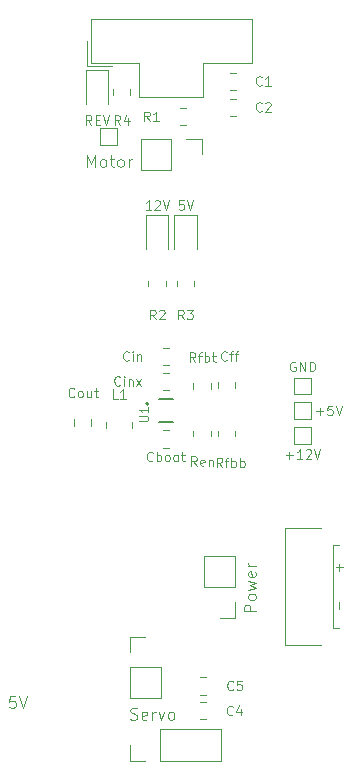
<source format=gbr>
%TF.GenerationSoftware,KiCad,Pcbnew,9.0.0*%
%TF.CreationDate,2025-04-11T15:19:07-05:00*%
%TF.ProjectId,RC-PCB,52432d50-4342-42e6-9b69-6361645f7063,rev?*%
%TF.SameCoordinates,Original*%
%TF.FileFunction,Legend,Top*%
%TF.FilePolarity,Positive*%
%FSLAX46Y46*%
G04 Gerber Fmt 4.6, Leading zero omitted, Abs format (unit mm)*
G04 Created by KiCad (PCBNEW 9.0.0) date 2025-04-11 15:19:07*
%MOMM*%
%LPD*%
G01*
G04 APERTURE LIST*
%ADD10C,0.100000*%
%ADD11C,0.125000*%
%ADD12C,0.075000*%
%ADD13C,0.120000*%
%ADD14C,0.127000*%
%ADD15C,0.200000*%
G04 APERTURE END LIST*
D10*
X163492866Y-123256265D02*
X163492866Y-123865789D01*
X136080074Y-131272419D02*
X135603884Y-131272419D01*
X135603884Y-131272419D02*
X135556265Y-131748609D01*
X135556265Y-131748609D02*
X135603884Y-131700990D01*
X135603884Y-131700990D02*
X135699122Y-131653371D01*
X135699122Y-131653371D02*
X135937217Y-131653371D01*
X135937217Y-131653371D02*
X136032455Y-131700990D01*
X136032455Y-131700990D02*
X136080074Y-131748609D01*
X136080074Y-131748609D02*
X136127693Y-131843847D01*
X136127693Y-131843847D02*
X136127693Y-132081942D01*
X136127693Y-132081942D02*
X136080074Y-132177180D01*
X136080074Y-132177180D02*
X136032455Y-132224800D01*
X136032455Y-132224800D02*
X135937217Y-132272419D01*
X135937217Y-132272419D02*
X135699122Y-132272419D01*
X135699122Y-132272419D02*
X135603884Y-132224800D01*
X135603884Y-132224800D02*
X135556265Y-132177180D01*
X136413408Y-131272419D02*
X136746741Y-132272419D01*
X136746741Y-132272419D02*
X137080074Y-131272419D01*
X163507866Y-120056265D02*
X163507866Y-120665789D01*
X163203104Y-120361027D02*
X163812628Y-120361027D01*
X144966667Y-82864895D02*
X144700000Y-82483942D01*
X144509524Y-82864895D02*
X144509524Y-82064895D01*
X144509524Y-82064895D02*
X144814286Y-82064895D01*
X144814286Y-82064895D02*
X144890476Y-82102990D01*
X144890476Y-82102990D02*
X144928571Y-82141085D01*
X144928571Y-82141085D02*
X144966667Y-82217276D01*
X144966667Y-82217276D02*
X144966667Y-82331561D01*
X144966667Y-82331561D02*
X144928571Y-82407752D01*
X144928571Y-82407752D02*
X144890476Y-82445847D01*
X144890476Y-82445847D02*
X144814286Y-82483942D01*
X144814286Y-82483942D02*
X144509524Y-82483942D01*
X145652381Y-82331561D02*
X145652381Y-82864895D01*
X145461905Y-82026800D02*
X145271428Y-82598228D01*
X145271428Y-82598228D02*
X145766667Y-82598228D01*
X150366667Y-99352395D02*
X150100000Y-98971442D01*
X149909524Y-99352395D02*
X149909524Y-98552395D01*
X149909524Y-98552395D02*
X150214286Y-98552395D01*
X150214286Y-98552395D02*
X150290476Y-98590490D01*
X150290476Y-98590490D02*
X150328571Y-98628585D01*
X150328571Y-98628585D02*
X150366667Y-98704776D01*
X150366667Y-98704776D02*
X150366667Y-98819061D01*
X150366667Y-98819061D02*
X150328571Y-98895252D01*
X150328571Y-98895252D02*
X150290476Y-98933347D01*
X150290476Y-98933347D02*
X150214286Y-98971442D01*
X150214286Y-98971442D02*
X149909524Y-98971442D01*
X150633333Y-98552395D02*
X151128571Y-98552395D01*
X151128571Y-98552395D02*
X150861905Y-98857157D01*
X150861905Y-98857157D02*
X150976190Y-98857157D01*
X150976190Y-98857157D02*
X151052381Y-98895252D01*
X151052381Y-98895252D02*
X151090476Y-98933347D01*
X151090476Y-98933347D02*
X151128571Y-99009538D01*
X151128571Y-99009538D02*
X151128571Y-99200014D01*
X151128571Y-99200014D02*
X151090476Y-99276204D01*
X151090476Y-99276204D02*
X151052381Y-99314300D01*
X151052381Y-99314300D02*
X150976190Y-99352395D01*
X150976190Y-99352395D02*
X150747619Y-99352395D01*
X150747619Y-99352395D02*
X150671428Y-99314300D01*
X150671428Y-99314300D02*
X150633333Y-99276204D01*
X156966667Y-79488704D02*
X156928571Y-79526800D01*
X156928571Y-79526800D02*
X156814286Y-79564895D01*
X156814286Y-79564895D02*
X156738095Y-79564895D01*
X156738095Y-79564895D02*
X156623809Y-79526800D01*
X156623809Y-79526800D02*
X156547619Y-79450609D01*
X156547619Y-79450609D02*
X156509524Y-79374419D01*
X156509524Y-79374419D02*
X156471428Y-79222038D01*
X156471428Y-79222038D02*
X156471428Y-79107752D01*
X156471428Y-79107752D02*
X156509524Y-78955371D01*
X156509524Y-78955371D02*
X156547619Y-78879180D01*
X156547619Y-78879180D02*
X156623809Y-78802990D01*
X156623809Y-78802990D02*
X156738095Y-78764895D01*
X156738095Y-78764895D02*
X156814286Y-78764895D01*
X156814286Y-78764895D02*
X156928571Y-78802990D01*
X156928571Y-78802990D02*
X156966667Y-78841085D01*
X157728571Y-79564895D02*
X157271428Y-79564895D01*
X157500000Y-79564895D02*
X157500000Y-78764895D01*
X157500000Y-78764895D02*
X157423809Y-78879180D01*
X157423809Y-78879180D02*
X157347619Y-78955371D01*
X157347619Y-78955371D02*
X157271428Y-78993466D01*
X156966667Y-81688704D02*
X156928571Y-81726800D01*
X156928571Y-81726800D02*
X156814286Y-81764895D01*
X156814286Y-81764895D02*
X156738095Y-81764895D01*
X156738095Y-81764895D02*
X156623809Y-81726800D01*
X156623809Y-81726800D02*
X156547619Y-81650609D01*
X156547619Y-81650609D02*
X156509524Y-81574419D01*
X156509524Y-81574419D02*
X156471428Y-81422038D01*
X156471428Y-81422038D02*
X156471428Y-81307752D01*
X156471428Y-81307752D02*
X156509524Y-81155371D01*
X156509524Y-81155371D02*
X156547619Y-81079180D01*
X156547619Y-81079180D02*
X156623809Y-81002990D01*
X156623809Y-81002990D02*
X156738095Y-80964895D01*
X156738095Y-80964895D02*
X156814286Y-80964895D01*
X156814286Y-80964895D02*
X156928571Y-81002990D01*
X156928571Y-81002990D02*
X156966667Y-81041085D01*
X157271428Y-81041085D02*
X157309524Y-81002990D01*
X157309524Y-81002990D02*
X157385714Y-80964895D01*
X157385714Y-80964895D02*
X157576190Y-80964895D01*
X157576190Y-80964895D02*
X157652381Y-81002990D01*
X157652381Y-81002990D02*
X157690476Y-81041085D01*
X157690476Y-81041085D02*
X157728571Y-81117276D01*
X157728571Y-81117276D02*
X157728571Y-81193466D01*
X157728571Y-81193466D02*
X157690476Y-81307752D01*
X157690476Y-81307752D02*
X157233333Y-81764895D01*
X157233333Y-81764895D02*
X157728571Y-81764895D01*
X142542857Y-82864895D02*
X142276190Y-82483942D01*
X142085714Y-82864895D02*
X142085714Y-82064895D01*
X142085714Y-82064895D02*
X142390476Y-82064895D01*
X142390476Y-82064895D02*
X142466666Y-82102990D01*
X142466666Y-82102990D02*
X142504761Y-82141085D01*
X142504761Y-82141085D02*
X142542857Y-82217276D01*
X142542857Y-82217276D02*
X142542857Y-82331561D01*
X142542857Y-82331561D02*
X142504761Y-82407752D01*
X142504761Y-82407752D02*
X142466666Y-82445847D01*
X142466666Y-82445847D02*
X142390476Y-82483942D01*
X142390476Y-82483942D02*
X142085714Y-82483942D01*
X142885714Y-82445847D02*
X143152380Y-82445847D01*
X143266666Y-82864895D02*
X142885714Y-82864895D01*
X142885714Y-82864895D02*
X142885714Y-82064895D01*
X142885714Y-82064895D02*
X143266666Y-82064895D01*
X143495238Y-82064895D02*
X143761905Y-82864895D01*
X143761905Y-82864895D02*
X144028571Y-82064895D01*
X151442857Y-111764895D02*
X151176190Y-111383942D01*
X150985714Y-111764895D02*
X150985714Y-110964895D01*
X150985714Y-110964895D02*
X151290476Y-110964895D01*
X151290476Y-110964895D02*
X151366666Y-111002990D01*
X151366666Y-111002990D02*
X151404761Y-111041085D01*
X151404761Y-111041085D02*
X151442857Y-111117276D01*
X151442857Y-111117276D02*
X151442857Y-111231561D01*
X151442857Y-111231561D02*
X151404761Y-111307752D01*
X151404761Y-111307752D02*
X151366666Y-111345847D01*
X151366666Y-111345847D02*
X151290476Y-111383942D01*
X151290476Y-111383942D02*
X150985714Y-111383942D01*
X152090476Y-111726800D02*
X152014285Y-111764895D01*
X152014285Y-111764895D02*
X151861904Y-111764895D01*
X151861904Y-111764895D02*
X151785714Y-111726800D01*
X151785714Y-111726800D02*
X151747618Y-111650609D01*
X151747618Y-111650609D02*
X151747618Y-111345847D01*
X151747618Y-111345847D02*
X151785714Y-111269657D01*
X151785714Y-111269657D02*
X151861904Y-111231561D01*
X151861904Y-111231561D02*
X152014285Y-111231561D01*
X152014285Y-111231561D02*
X152090476Y-111269657D01*
X152090476Y-111269657D02*
X152128571Y-111345847D01*
X152128571Y-111345847D02*
X152128571Y-111422038D01*
X152128571Y-111422038D02*
X151747618Y-111498228D01*
X152471428Y-111231561D02*
X152471428Y-111764895D01*
X152471428Y-111307752D02*
X152509523Y-111269657D01*
X152509523Y-111269657D02*
X152585713Y-111231561D01*
X152585713Y-111231561D02*
X152699999Y-111231561D01*
X152699999Y-111231561D02*
X152776190Y-111269657D01*
X152776190Y-111269657D02*
X152814285Y-111345847D01*
X152814285Y-111345847D02*
X152814285Y-111764895D01*
X144766666Y-106064895D02*
X144385714Y-106064895D01*
X144385714Y-106064895D02*
X144385714Y-105264895D01*
X145452380Y-106064895D02*
X144995237Y-106064895D01*
X145223809Y-106064895D02*
X145223809Y-105264895D01*
X145223809Y-105264895D02*
X145147618Y-105379180D01*
X145147618Y-105379180D02*
X145071428Y-105455371D01*
X145071428Y-105455371D02*
X144995237Y-105493466D01*
X145695238Y-102788704D02*
X145657142Y-102826800D01*
X145657142Y-102826800D02*
X145542857Y-102864895D01*
X145542857Y-102864895D02*
X145466666Y-102864895D01*
X145466666Y-102864895D02*
X145352380Y-102826800D01*
X145352380Y-102826800D02*
X145276190Y-102750609D01*
X145276190Y-102750609D02*
X145238095Y-102674419D01*
X145238095Y-102674419D02*
X145199999Y-102522038D01*
X145199999Y-102522038D02*
X145199999Y-102407752D01*
X145199999Y-102407752D02*
X145238095Y-102255371D01*
X145238095Y-102255371D02*
X145276190Y-102179180D01*
X145276190Y-102179180D02*
X145352380Y-102102990D01*
X145352380Y-102102990D02*
X145466666Y-102064895D01*
X145466666Y-102064895D02*
X145542857Y-102064895D01*
X145542857Y-102064895D02*
X145657142Y-102102990D01*
X145657142Y-102102990D02*
X145695238Y-102141085D01*
X146038095Y-102864895D02*
X146038095Y-102331561D01*
X146038095Y-102064895D02*
X145999999Y-102102990D01*
X145999999Y-102102990D02*
X146038095Y-102141085D01*
X146038095Y-102141085D02*
X146076190Y-102102990D01*
X146076190Y-102102990D02*
X146038095Y-102064895D01*
X146038095Y-102064895D02*
X146038095Y-102141085D01*
X146419047Y-102331561D02*
X146419047Y-102864895D01*
X146419047Y-102407752D02*
X146457142Y-102369657D01*
X146457142Y-102369657D02*
X146533332Y-102331561D01*
X146533332Y-102331561D02*
X146647618Y-102331561D01*
X146647618Y-102331561D02*
X146723809Y-102369657D01*
X146723809Y-102369657D02*
X146761904Y-102445847D01*
X146761904Y-102445847D02*
X146761904Y-102864895D01*
D11*
X156456119Y-124076190D02*
X155456119Y-124076190D01*
X155456119Y-124076190D02*
X155456119Y-123695238D01*
X155456119Y-123695238D02*
X155503738Y-123600000D01*
X155503738Y-123600000D02*
X155551357Y-123552381D01*
X155551357Y-123552381D02*
X155646595Y-123504762D01*
X155646595Y-123504762D02*
X155789452Y-123504762D01*
X155789452Y-123504762D02*
X155884690Y-123552381D01*
X155884690Y-123552381D02*
X155932309Y-123600000D01*
X155932309Y-123600000D02*
X155979928Y-123695238D01*
X155979928Y-123695238D02*
X155979928Y-124076190D01*
X156456119Y-122933333D02*
X156408500Y-123028571D01*
X156408500Y-123028571D02*
X156360880Y-123076190D01*
X156360880Y-123076190D02*
X156265642Y-123123809D01*
X156265642Y-123123809D02*
X155979928Y-123123809D01*
X155979928Y-123123809D02*
X155884690Y-123076190D01*
X155884690Y-123076190D02*
X155837071Y-123028571D01*
X155837071Y-123028571D02*
X155789452Y-122933333D01*
X155789452Y-122933333D02*
X155789452Y-122790476D01*
X155789452Y-122790476D02*
X155837071Y-122695238D01*
X155837071Y-122695238D02*
X155884690Y-122647619D01*
X155884690Y-122647619D02*
X155979928Y-122600000D01*
X155979928Y-122600000D02*
X156265642Y-122600000D01*
X156265642Y-122600000D02*
X156360880Y-122647619D01*
X156360880Y-122647619D02*
X156408500Y-122695238D01*
X156408500Y-122695238D02*
X156456119Y-122790476D01*
X156456119Y-122790476D02*
X156456119Y-122933333D01*
X155789452Y-122266666D02*
X156456119Y-122076190D01*
X156456119Y-122076190D02*
X155979928Y-121885714D01*
X155979928Y-121885714D02*
X156456119Y-121695238D01*
X156456119Y-121695238D02*
X155789452Y-121504762D01*
X156408500Y-120742857D02*
X156456119Y-120838095D01*
X156456119Y-120838095D02*
X156456119Y-121028571D01*
X156456119Y-121028571D02*
X156408500Y-121123809D01*
X156408500Y-121123809D02*
X156313261Y-121171428D01*
X156313261Y-121171428D02*
X155932309Y-121171428D01*
X155932309Y-121171428D02*
X155837071Y-121123809D01*
X155837071Y-121123809D02*
X155789452Y-121028571D01*
X155789452Y-121028571D02*
X155789452Y-120838095D01*
X155789452Y-120838095D02*
X155837071Y-120742857D01*
X155837071Y-120742857D02*
X155932309Y-120695238D01*
X155932309Y-120695238D02*
X156027547Y-120695238D01*
X156027547Y-120695238D02*
X156122785Y-121171428D01*
X156456119Y-120266666D02*
X155789452Y-120266666D01*
X155979928Y-120266666D02*
X155884690Y-120219047D01*
X155884690Y-120219047D02*
X155837071Y-120171428D01*
X155837071Y-120171428D02*
X155789452Y-120076190D01*
X155789452Y-120076190D02*
X155789452Y-119980952D01*
D10*
X151328571Y-102964895D02*
X151061904Y-102583942D01*
X150871428Y-102964895D02*
X150871428Y-102164895D01*
X150871428Y-102164895D02*
X151176190Y-102164895D01*
X151176190Y-102164895D02*
X151252380Y-102202990D01*
X151252380Y-102202990D02*
X151290475Y-102241085D01*
X151290475Y-102241085D02*
X151328571Y-102317276D01*
X151328571Y-102317276D02*
X151328571Y-102431561D01*
X151328571Y-102431561D02*
X151290475Y-102507752D01*
X151290475Y-102507752D02*
X151252380Y-102545847D01*
X151252380Y-102545847D02*
X151176190Y-102583942D01*
X151176190Y-102583942D02*
X150871428Y-102583942D01*
X151557142Y-102431561D02*
X151861904Y-102431561D01*
X151671428Y-102964895D02*
X151671428Y-102279180D01*
X151671428Y-102279180D02*
X151709523Y-102202990D01*
X151709523Y-102202990D02*
X151785713Y-102164895D01*
X151785713Y-102164895D02*
X151861904Y-102164895D01*
X152128571Y-102964895D02*
X152128571Y-102164895D01*
X152128571Y-102469657D02*
X152204761Y-102431561D01*
X152204761Y-102431561D02*
X152357142Y-102431561D01*
X152357142Y-102431561D02*
X152433333Y-102469657D01*
X152433333Y-102469657D02*
X152471428Y-102507752D01*
X152471428Y-102507752D02*
X152509523Y-102583942D01*
X152509523Y-102583942D02*
X152509523Y-102812514D01*
X152509523Y-102812514D02*
X152471428Y-102888704D01*
X152471428Y-102888704D02*
X152433333Y-102926800D01*
X152433333Y-102926800D02*
X152357142Y-102964895D01*
X152357142Y-102964895D02*
X152204761Y-102964895D01*
X152204761Y-102964895D02*
X152128571Y-102926800D01*
X152738095Y-102431561D02*
X153042857Y-102431561D01*
X152852381Y-102164895D02*
X152852381Y-102850609D01*
X152852381Y-102850609D02*
X152890476Y-102926800D01*
X152890476Y-102926800D02*
X152966666Y-102964895D01*
X152966666Y-102964895D02*
X153042857Y-102964895D01*
X153595238Y-111864895D02*
X153328571Y-111483942D01*
X153138095Y-111864895D02*
X153138095Y-111064895D01*
X153138095Y-111064895D02*
X153442857Y-111064895D01*
X153442857Y-111064895D02*
X153519047Y-111102990D01*
X153519047Y-111102990D02*
X153557142Y-111141085D01*
X153557142Y-111141085D02*
X153595238Y-111217276D01*
X153595238Y-111217276D02*
X153595238Y-111331561D01*
X153595238Y-111331561D02*
X153557142Y-111407752D01*
X153557142Y-111407752D02*
X153519047Y-111445847D01*
X153519047Y-111445847D02*
X153442857Y-111483942D01*
X153442857Y-111483942D02*
X153138095Y-111483942D01*
X153823809Y-111331561D02*
X154128571Y-111331561D01*
X153938095Y-111864895D02*
X153938095Y-111179180D01*
X153938095Y-111179180D02*
X153976190Y-111102990D01*
X153976190Y-111102990D02*
X154052380Y-111064895D01*
X154052380Y-111064895D02*
X154128571Y-111064895D01*
X154395238Y-111864895D02*
X154395238Y-111064895D01*
X154395238Y-111369657D02*
X154471428Y-111331561D01*
X154471428Y-111331561D02*
X154623809Y-111331561D01*
X154623809Y-111331561D02*
X154700000Y-111369657D01*
X154700000Y-111369657D02*
X154738095Y-111407752D01*
X154738095Y-111407752D02*
X154776190Y-111483942D01*
X154776190Y-111483942D02*
X154776190Y-111712514D01*
X154776190Y-111712514D02*
X154738095Y-111788704D01*
X154738095Y-111788704D02*
X154700000Y-111826800D01*
X154700000Y-111826800D02*
X154623809Y-111864895D01*
X154623809Y-111864895D02*
X154471428Y-111864895D01*
X154471428Y-111864895D02*
X154395238Y-111826800D01*
X155119048Y-111864895D02*
X155119048Y-111064895D01*
X155119048Y-111369657D02*
X155195238Y-111331561D01*
X155195238Y-111331561D02*
X155347619Y-111331561D01*
X155347619Y-111331561D02*
X155423810Y-111369657D01*
X155423810Y-111369657D02*
X155461905Y-111407752D01*
X155461905Y-111407752D02*
X155500000Y-111483942D01*
X155500000Y-111483942D02*
X155500000Y-111712514D01*
X155500000Y-111712514D02*
X155461905Y-111788704D01*
X155461905Y-111788704D02*
X155423810Y-111826800D01*
X155423810Y-111826800D02*
X155347619Y-111864895D01*
X155347619Y-111864895D02*
X155195238Y-111864895D01*
X155195238Y-111864895D02*
X155119048Y-111826800D01*
X150347619Y-89264895D02*
X149966667Y-89264895D01*
X149966667Y-89264895D02*
X149928571Y-89645847D01*
X149928571Y-89645847D02*
X149966667Y-89607752D01*
X149966667Y-89607752D02*
X150042857Y-89569657D01*
X150042857Y-89569657D02*
X150233333Y-89569657D01*
X150233333Y-89569657D02*
X150309524Y-89607752D01*
X150309524Y-89607752D02*
X150347619Y-89645847D01*
X150347619Y-89645847D02*
X150385714Y-89722038D01*
X150385714Y-89722038D02*
X150385714Y-89912514D01*
X150385714Y-89912514D02*
X150347619Y-89988704D01*
X150347619Y-89988704D02*
X150309524Y-90026800D01*
X150309524Y-90026800D02*
X150233333Y-90064895D01*
X150233333Y-90064895D02*
X150042857Y-90064895D01*
X150042857Y-90064895D02*
X149966667Y-90026800D01*
X149966667Y-90026800D02*
X149928571Y-89988704D01*
X150614286Y-89264895D02*
X150880953Y-90064895D01*
X150880953Y-90064895D02*
X151147619Y-89264895D01*
X153990476Y-102788704D02*
X153952380Y-102826800D01*
X153952380Y-102826800D02*
X153838095Y-102864895D01*
X153838095Y-102864895D02*
X153761904Y-102864895D01*
X153761904Y-102864895D02*
X153647618Y-102826800D01*
X153647618Y-102826800D02*
X153571428Y-102750609D01*
X153571428Y-102750609D02*
X153533333Y-102674419D01*
X153533333Y-102674419D02*
X153495237Y-102522038D01*
X153495237Y-102522038D02*
X153495237Y-102407752D01*
X153495237Y-102407752D02*
X153533333Y-102255371D01*
X153533333Y-102255371D02*
X153571428Y-102179180D01*
X153571428Y-102179180D02*
X153647618Y-102102990D01*
X153647618Y-102102990D02*
X153761904Y-102064895D01*
X153761904Y-102064895D02*
X153838095Y-102064895D01*
X153838095Y-102064895D02*
X153952380Y-102102990D01*
X153952380Y-102102990D02*
X153990476Y-102141085D01*
X154219047Y-102331561D02*
X154523809Y-102331561D01*
X154333333Y-102864895D02*
X154333333Y-102179180D01*
X154333333Y-102179180D02*
X154371428Y-102102990D01*
X154371428Y-102102990D02*
X154447618Y-102064895D01*
X154447618Y-102064895D02*
X154523809Y-102064895D01*
X154676190Y-102331561D02*
X154980952Y-102331561D01*
X154790476Y-102864895D02*
X154790476Y-102179180D01*
X154790476Y-102179180D02*
X154828571Y-102102990D01*
X154828571Y-102102990D02*
X154904761Y-102064895D01*
X154904761Y-102064895D02*
X154980952Y-102064895D01*
X144971429Y-104888704D02*
X144933333Y-104926800D01*
X144933333Y-104926800D02*
X144819048Y-104964895D01*
X144819048Y-104964895D02*
X144742857Y-104964895D01*
X144742857Y-104964895D02*
X144628571Y-104926800D01*
X144628571Y-104926800D02*
X144552381Y-104850609D01*
X144552381Y-104850609D02*
X144514286Y-104774419D01*
X144514286Y-104774419D02*
X144476190Y-104622038D01*
X144476190Y-104622038D02*
X144476190Y-104507752D01*
X144476190Y-104507752D02*
X144514286Y-104355371D01*
X144514286Y-104355371D02*
X144552381Y-104279180D01*
X144552381Y-104279180D02*
X144628571Y-104202990D01*
X144628571Y-104202990D02*
X144742857Y-104164895D01*
X144742857Y-104164895D02*
X144819048Y-104164895D01*
X144819048Y-104164895D02*
X144933333Y-104202990D01*
X144933333Y-104202990D02*
X144971429Y-104241085D01*
X145314286Y-104964895D02*
X145314286Y-104431561D01*
X145314286Y-104164895D02*
X145276190Y-104202990D01*
X145276190Y-104202990D02*
X145314286Y-104241085D01*
X145314286Y-104241085D02*
X145352381Y-104202990D01*
X145352381Y-104202990D02*
X145314286Y-104164895D01*
X145314286Y-104164895D02*
X145314286Y-104241085D01*
X145695238Y-104431561D02*
X145695238Y-104964895D01*
X145695238Y-104507752D02*
X145733333Y-104469657D01*
X145733333Y-104469657D02*
X145809523Y-104431561D01*
X145809523Y-104431561D02*
X145923809Y-104431561D01*
X145923809Y-104431561D02*
X146000000Y-104469657D01*
X146000000Y-104469657D02*
X146038095Y-104545847D01*
X146038095Y-104545847D02*
X146038095Y-104964895D01*
X146342857Y-104964895D02*
X146761905Y-104431561D01*
X146342857Y-104431561D02*
X146761905Y-104964895D01*
X147466667Y-82564895D02*
X147200000Y-82183942D01*
X147009524Y-82564895D02*
X147009524Y-81764895D01*
X147009524Y-81764895D02*
X147314286Y-81764895D01*
X147314286Y-81764895D02*
X147390476Y-81802990D01*
X147390476Y-81802990D02*
X147428571Y-81841085D01*
X147428571Y-81841085D02*
X147466667Y-81917276D01*
X147466667Y-81917276D02*
X147466667Y-82031561D01*
X147466667Y-82031561D02*
X147428571Y-82107752D01*
X147428571Y-82107752D02*
X147390476Y-82145847D01*
X147390476Y-82145847D02*
X147314286Y-82183942D01*
X147314286Y-82183942D02*
X147009524Y-82183942D01*
X148228571Y-82564895D02*
X147771428Y-82564895D01*
X148000000Y-82564895D02*
X148000000Y-81764895D01*
X148000000Y-81764895D02*
X147923809Y-81879180D01*
X147923809Y-81879180D02*
X147847619Y-81955371D01*
X147847619Y-81955371D02*
X147771428Y-81993466D01*
X147604761Y-90064895D02*
X147147618Y-90064895D01*
X147376190Y-90064895D02*
X147376190Y-89264895D01*
X147376190Y-89264895D02*
X147299999Y-89379180D01*
X147299999Y-89379180D02*
X147223809Y-89455371D01*
X147223809Y-89455371D02*
X147147618Y-89493466D01*
X147909523Y-89341085D02*
X147947619Y-89302990D01*
X147947619Y-89302990D02*
X148023809Y-89264895D01*
X148023809Y-89264895D02*
X148214285Y-89264895D01*
X148214285Y-89264895D02*
X148290476Y-89302990D01*
X148290476Y-89302990D02*
X148328571Y-89341085D01*
X148328571Y-89341085D02*
X148366666Y-89417276D01*
X148366666Y-89417276D02*
X148366666Y-89493466D01*
X148366666Y-89493466D02*
X148328571Y-89607752D01*
X148328571Y-89607752D02*
X147871428Y-90064895D01*
X147871428Y-90064895D02*
X148366666Y-90064895D01*
X148595238Y-89264895D02*
X148861905Y-90064895D01*
X148861905Y-90064895D02*
X149128571Y-89264895D01*
X154529167Y-130688704D02*
X154491071Y-130726800D01*
X154491071Y-130726800D02*
X154376786Y-130764895D01*
X154376786Y-130764895D02*
X154300595Y-130764895D01*
X154300595Y-130764895D02*
X154186309Y-130726800D01*
X154186309Y-130726800D02*
X154110119Y-130650609D01*
X154110119Y-130650609D02*
X154072024Y-130574419D01*
X154072024Y-130574419D02*
X154033928Y-130422038D01*
X154033928Y-130422038D02*
X154033928Y-130307752D01*
X154033928Y-130307752D02*
X154072024Y-130155371D01*
X154072024Y-130155371D02*
X154110119Y-130079180D01*
X154110119Y-130079180D02*
X154186309Y-130002990D01*
X154186309Y-130002990D02*
X154300595Y-129964895D01*
X154300595Y-129964895D02*
X154376786Y-129964895D01*
X154376786Y-129964895D02*
X154491071Y-130002990D01*
X154491071Y-130002990D02*
X154529167Y-130041085D01*
X155252976Y-129964895D02*
X154872024Y-129964895D01*
X154872024Y-129964895D02*
X154833928Y-130345847D01*
X154833928Y-130345847D02*
X154872024Y-130307752D01*
X154872024Y-130307752D02*
X154948214Y-130269657D01*
X154948214Y-130269657D02*
X155138690Y-130269657D01*
X155138690Y-130269657D02*
X155214881Y-130307752D01*
X155214881Y-130307752D02*
X155252976Y-130345847D01*
X155252976Y-130345847D02*
X155291071Y-130422038D01*
X155291071Y-130422038D02*
X155291071Y-130612514D01*
X155291071Y-130612514D02*
X155252976Y-130688704D01*
X155252976Y-130688704D02*
X155214881Y-130726800D01*
X155214881Y-130726800D02*
X155138690Y-130764895D01*
X155138690Y-130764895D02*
X154948214Y-130764895D01*
X154948214Y-130764895D02*
X154872024Y-130726800D01*
X154872024Y-130726800D02*
X154833928Y-130688704D01*
D11*
X142166666Y-86456119D02*
X142166666Y-85456119D01*
X142166666Y-85456119D02*
X142499999Y-86170404D01*
X142499999Y-86170404D02*
X142833332Y-85456119D01*
X142833332Y-85456119D02*
X142833332Y-86456119D01*
X143452380Y-86456119D02*
X143357142Y-86408500D01*
X143357142Y-86408500D02*
X143309523Y-86360880D01*
X143309523Y-86360880D02*
X143261904Y-86265642D01*
X143261904Y-86265642D02*
X143261904Y-85979928D01*
X143261904Y-85979928D02*
X143309523Y-85884690D01*
X143309523Y-85884690D02*
X143357142Y-85837071D01*
X143357142Y-85837071D02*
X143452380Y-85789452D01*
X143452380Y-85789452D02*
X143595237Y-85789452D01*
X143595237Y-85789452D02*
X143690475Y-85837071D01*
X143690475Y-85837071D02*
X143738094Y-85884690D01*
X143738094Y-85884690D02*
X143785713Y-85979928D01*
X143785713Y-85979928D02*
X143785713Y-86265642D01*
X143785713Y-86265642D02*
X143738094Y-86360880D01*
X143738094Y-86360880D02*
X143690475Y-86408500D01*
X143690475Y-86408500D02*
X143595237Y-86456119D01*
X143595237Y-86456119D02*
X143452380Y-86456119D01*
X144071428Y-85789452D02*
X144452380Y-85789452D01*
X144214285Y-85456119D02*
X144214285Y-86313261D01*
X144214285Y-86313261D02*
X144261904Y-86408500D01*
X144261904Y-86408500D02*
X144357142Y-86456119D01*
X144357142Y-86456119D02*
X144452380Y-86456119D01*
X144928571Y-86456119D02*
X144833333Y-86408500D01*
X144833333Y-86408500D02*
X144785714Y-86360880D01*
X144785714Y-86360880D02*
X144738095Y-86265642D01*
X144738095Y-86265642D02*
X144738095Y-85979928D01*
X144738095Y-85979928D02*
X144785714Y-85884690D01*
X144785714Y-85884690D02*
X144833333Y-85837071D01*
X144833333Y-85837071D02*
X144928571Y-85789452D01*
X144928571Y-85789452D02*
X145071428Y-85789452D01*
X145071428Y-85789452D02*
X145166666Y-85837071D01*
X145166666Y-85837071D02*
X145214285Y-85884690D01*
X145214285Y-85884690D02*
X145261904Y-85979928D01*
X145261904Y-85979928D02*
X145261904Y-86265642D01*
X145261904Y-86265642D02*
X145214285Y-86360880D01*
X145214285Y-86360880D02*
X145166666Y-86408500D01*
X145166666Y-86408500D02*
X145071428Y-86456119D01*
X145071428Y-86456119D02*
X144928571Y-86456119D01*
X145690476Y-86456119D02*
X145690476Y-85789452D01*
X145690476Y-85979928D02*
X145738095Y-85884690D01*
X145738095Y-85884690D02*
X145785714Y-85837071D01*
X145785714Y-85837071D02*
X145880952Y-85789452D01*
X145880952Y-85789452D02*
X145976190Y-85789452D01*
D10*
X154504167Y-132788704D02*
X154466071Y-132826800D01*
X154466071Y-132826800D02*
X154351786Y-132864895D01*
X154351786Y-132864895D02*
X154275595Y-132864895D01*
X154275595Y-132864895D02*
X154161309Y-132826800D01*
X154161309Y-132826800D02*
X154085119Y-132750609D01*
X154085119Y-132750609D02*
X154047024Y-132674419D01*
X154047024Y-132674419D02*
X154008928Y-132522038D01*
X154008928Y-132522038D02*
X154008928Y-132407752D01*
X154008928Y-132407752D02*
X154047024Y-132255371D01*
X154047024Y-132255371D02*
X154085119Y-132179180D01*
X154085119Y-132179180D02*
X154161309Y-132102990D01*
X154161309Y-132102990D02*
X154275595Y-132064895D01*
X154275595Y-132064895D02*
X154351786Y-132064895D01*
X154351786Y-132064895D02*
X154466071Y-132102990D01*
X154466071Y-132102990D02*
X154504167Y-132141085D01*
X155189881Y-132331561D02*
X155189881Y-132864895D01*
X154999405Y-132026800D02*
X154808928Y-132598228D01*
X154808928Y-132598228D02*
X155304167Y-132598228D01*
X161571429Y-107160133D02*
X162180953Y-107160133D01*
X161876191Y-107464895D02*
X161876191Y-106855371D01*
X162942857Y-106664895D02*
X162561905Y-106664895D01*
X162561905Y-106664895D02*
X162523809Y-107045847D01*
X162523809Y-107045847D02*
X162561905Y-107007752D01*
X162561905Y-107007752D02*
X162638095Y-106969657D01*
X162638095Y-106969657D02*
X162828571Y-106969657D01*
X162828571Y-106969657D02*
X162904762Y-107007752D01*
X162904762Y-107007752D02*
X162942857Y-107045847D01*
X162942857Y-107045847D02*
X162980952Y-107122038D01*
X162980952Y-107122038D02*
X162980952Y-107312514D01*
X162980952Y-107312514D02*
X162942857Y-107388704D01*
X162942857Y-107388704D02*
X162904762Y-107426800D01*
X162904762Y-107426800D02*
X162828571Y-107464895D01*
X162828571Y-107464895D02*
X162638095Y-107464895D01*
X162638095Y-107464895D02*
X162561905Y-107426800D01*
X162561905Y-107426800D02*
X162523809Y-107388704D01*
X163209524Y-106664895D02*
X163476191Y-107464895D01*
X163476191Y-107464895D02*
X163742857Y-106664895D01*
D12*
X146593064Y-107971428D02*
X147200207Y-107971428D01*
X147200207Y-107971428D02*
X147271635Y-107935714D01*
X147271635Y-107935714D02*
X147307350Y-107900000D01*
X147307350Y-107900000D02*
X147343064Y-107828571D01*
X147343064Y-107828571D02*
X147343064Y-107685714D01*
X147343064Y-107685714D02*
X147307350Y-107614285D01*
X147307350Y-107614285D02*
X147271635Y-107578571D01*
X147271635Y-107578571D02*
X147200207Y-107542857D01*
X147200207Y-107542857D02*
X146593064Y-107542857D01*
X147343064Y-106792857D02*
X147343064Y-107221428D01*
X147343064Y-107007143D02*
X146593064Y-107007143D01*
X146593064Y-107007143D02*
X146700207Y-107078571D01*
X146700207Y-107078571D02*
X146771635Y-107150000D01*
X146771635Y-107150000D02*
X146807350Y-107221428D01*
D11*
X145842857Y-133208500D02*
X145985714Y-133256119D01*
X145985714Y-133256119D02*
X146223809Y-133256119D01*
X146223809Y-133256119D02*
X146319047Y-133208500D01*
X146319047Y-133208500D02*
X146366666Y-133160880D01*
X146366666Y-133160880D02*
X146414285Y-133065642D01*
X146414285Y-133065642D02*
X146414285Y-132970404D01*
X146414285Y-132970404D02*
X146366666Y-132875166D01*
X146366666Y-132875166D02*
X146319047Y-132827547D01*
X146319047Y-132827547D02*
X146223809Y-132779928D01*
X146223809Y-132779928D02*
X146033333Y-132732309D01*
X146033333Y-132732309D02*
X145938095Y-132684690D01*
X145938095Y-132684690D02*
X145890476Y-132637071D01*
X145890476Y-132637071D02*
X145842857Y-132541833D01*
X145842857Y-132541833D02*
X145842857Y-132446595D01*
X145842857Y-132446595D02*
X145890476Y-132351357D01*
X145890476Y-132351357D02*
X145938095Y-132303738D01*
X145938095Y-132303738D02*
X146033333Y-132256119D01*
X146033333Y-132256119D02*
X146271428Y-132256119D01*
X146271428Y-132256119D02*
X146414285Y-132303738D01*
X147223809Y-133208500D02*
X147128571Y-133256119D01*
X147128571Y-133256119D02*
X146938095Y-133256119D01*
X146938095Y-133256119D02*
X146842857Y-133208500D01*
X146842857Y-133208500D02*
X146795238Y-133113261D01*
X146795238Y-133113261D02*
X146795238Y-132732309D01*
X146795238Y-132732309D02*
X146842857Y-132637071D01*
X146842857Y-132637071D02*
X146938095Y-132589452D01*
X146938095Y-132589452D02*
X147128571Y-132589452D01*
X147128571Y-132589452D02*
X147223809Y-132637071D01*
X147223809Y-132637071D02*
X147271428Y-132732309D01*
X147271428Y-132732309D02*
X147271428Y-132827547D01*
X147271428Y-132827547D02*
X146795238Y-132922785D01*
X147700000Y-133256119D02*
X147700000Y-132589452D01*
X147700000Y-132779928D02*
X147747619Y-132684690D01*
X147747619Y-132684690D02*
X147795238Y-132637071D01*
X147795238Y-132637071D02*
X147890476Y-132589452D01*
X147890476Y-132589452D02*
X147985714Y-132589452D01*
X148223810Y-132589452D02*
X148461905Y-133256119D01*
X148461905Y-133256119D02*
X148700000Y-132589452D01*
X149223810Y-133256119D02*
X149128572Y-133208500D01*
X149128572Y-133208500D02*
X149080953Y-133160880D01*
X149080953Y-133160880D02*
X149033334Y-133065642D01*
X149033334Y-133065642D02*
X149033334Y-132779928D01*
X149033334Y-132779928D02*
X149080953Y-132684690D01*
X149080953Y-132684690D02*
X149128572Y-132637071D01*
X149128572Y-132637071D02*
X149223810Y-132589452D01*
X149223810Y-132589452D02*
X149366667Y-132589452D01*
X149366667Y-132589452D02*
X149461905Y-132637071D01*
X149461905Y-132637071D02*
X149509524Y-132684690D01*
X149509524Y-132684690D02*
X149557143Y-132779928D01*
X149557143Y-132779928D02*
X149557143Y-133065642D01*
X149557143Y-133065642D02*
X149509524Y-133160880D01*
X149509524Y-133160880D02*
X149461905Y-133208500D01*
X149461905Y-133208500D02*
X149366667Y-133256119D01*
X149366667Y-133256119D02*
X149223810Y-133256119D01*
D10*
X159790476Y-103002990D02*
X159714286Y-102964895D01*
X159714286Y-102964895D02*
X159600000Y-102964895D01*
X159600000Y-102964895D02*
X159485714Y-103002990D01*
X159485714Y-103002990D02*
X159409524Y-103079180D01*
X159409524Y-103079180D02*
X159371429Y-103155371D01*
X159371429Y-103155371D02*
X159333333Y-103307752D01*
X159333333Y-103307752D02*
X159333333Y-103422038D01*
X159333333Y-103422038D02*
X159371429Y-103574419D01*
X159371429Y-103574419D02*
X159409524Y-103650609D01*
X159409524Y-103650609D02*
X159485714Y-103726800D01*
X159485714Y-103726800D02*
X159600000Y-103764895D01*
X159600000Y-103764895D02*
X159676191Y-103764895D01*
X159676191Y-103764895D02*
X159790476Y-103726800D01*
X159790476Y-103726800D02*
X159828572Y-103688704D01*
X159828572Y-103688704D02*
X159828572Y-103422038D01*
X159828572Y-103422038D02*
X159676191Y-103422038D01*
X160171429Y-103764895D02*
X160171429Y-102964895D01*
X160171429Y-102964895D02*
X160628572Y-103764895D01*
X160628572Y-103764895D02*
X160628572Y-102964895D01*
X161009524Y-103764895D02*
X161009524Y-102964895D01*
X161009524Y-102964895D02*
X161200000Y-102964895D01*
X161200000Y-102964895D02*
X161314286Y-103002990D01*
X161314286Y-103002990D02*
X161390476Y-103079180D01*
X161390476Y-103079180D02*
X161428571Y-103155371D01*
X161428571Y-103155371D02*
X161466667Y-103307752D01*
X161466667Y-103307752D02*
X161466667Y-103422038D01*
X161466667Y-103422038D02*
X161428571Y-103574419D01*
X161428571Y-103574419D02*
X161390476Y-103650609D01*
X161390476Y-103650609D02*
X161314286Y-103726800D01*
X161314286Y-103726800D02*
X161200000Y-103764895D01*
X161200000Y-103764895D02*
X161009524Y-103764895D01*
X147966667Y-99352395D02*
X147700000Y-98971442D01*
X147509524Y-99352395D02*
X147509524Y-98552395D01*
X147509524Y-98552395D02*
X147814286Y-98552395D01*
X147814286Y-98552395D02*
X147890476Y-98590490D01*
X147890476Y-98590490D02*
X147928571Y-98628585D01*
X147928571Y-98628585D02*
X147966667Y-98704776D01*
X147966667Y-98704776D02*
X147966667Y-98819061D01*
X147966667Y-98819061D02*
X147928571Y-98895252D01*
X147928571Y-98895252D02*
X147890476Y-98933347D01*
X147890476Y-98933347D02*
X147814286Y-98971442D01*
X147814286Y-98971442D02*
X147509524Y-98971442D01*
X148271428Y-98628585D02*
X148309524Y-98590490D01*
X148309524Y-98590490D02*
X148385714Y-98552395D01*
X148385714Y-98552395D02*
X148576190Y-98552395D01*
X148576190Y-98552395D02*
X148652381Y-98590490D01*
X148652381Y-98590490D02*
X148690476Y-98628585D01*
X148690476Y-98628585D02*
X148728571Y-98704776D01*
X148728571Y-98704776D02*
X148728571Y-98780966D01*
X148728571Y-98780966D02*
X148690476Y-98895252D01*
X148690476Y-98895252D02*
X148233333Y-99352395D01*
X148233333Y-99352395D02*
X148728571Y-99352395D01*
X158990476Y-110860133D02*
X159600000Y-110860133D01*
X159295238Y-111164895D02*
X159295238Y-110555371D01*
X160399999Y-111164895D02*
X159942856Y-111164895D01*
X160171428Y-111164895D02*
X160171428Y-110364895D01*
X160171428Y-110364895D02*
X160095237Y-110479180D01*
X160095237Y-110479180D02*
X160019047Y-110555371D01*
X160019047Y-110555371D02*
X159942856Y-110593466D01*
X160704761Y-110441085D02*
X160742857Y-110402990D01*
X160742857Y-110402990D02*
X160819047Y-110364895D01*
X160819047Y-110364895D02*
X161009523Y-110364895D01*
X161009523Y-110364895D02*
X161085714Y-110402990D01*
X161085714Y-110402990D02*
X161123809Y-110441085D01*
X161123809Y-110441085D02*
X161161904Y-110517276D01*
X161161904Y-110517276D02*
X161161904Y-110593466D01*
X161161904Y-110593466D02*
X161123809Y-110707752D01*
X161123809Y-110707752D02*
X160666666Y-111164895D01*
X160666666Y-111164895D02*
X161161904Y-111164895D01*
X161390476Y-110364895D02*
X161657143Y-111164895D01*
X161657143Y-111164895D02*
X161923809Y-110364895D01*
X141095238Y-105888704D02*
X141057142Y-105926800D01*
X141057142Y-105926800D02*
X140942857Y-105964895D01*
X140942857Y-105964895D02*
X140866666Y-105964895D01*
X140866666Y-105964895D02*
X140752380Y-105926800D01*
X140752380Y-105926800D02*
X140676190Y-105850609D01*
X140676190Y-105850609D02*
X140638095Y-105774419D01*
X140638095Y-105774419D02*
X140599999Y-105622038D01*
X140599999Y-105622038D02*
X140599999Y-105507752D01*
X140599999Y-105507752D02*
X140638095Y-105355371D01*
X140638095Y-105355371D02*
X140676190Y-105279180D01*
X140676190Y-105279180D02*
X140752380Y-105202990D01*
X140752380Y-105202990D02*
X140866666Y-105164895D01*
X140866666Y-105164895D02*
X140942857Y-105164895D01*
X140942857Y-105164895D02*
X141057142Y-105202990D01*
X141057142Y-105202990D02*
X141095238Y-105241085D01*
X141552380Y-105964895D02*
X141476190Y-105926800D01*
X141476190Y-105926800D02*
X141438095Y-105888704D01*
X141438095Y-105888704D02*
X141399999Y-105812514D01*
X141399999Y-105812514D02*
X141399999Y-105583942D01*
X141399999Y-105583942D02*
X141438095Y-105507752D01*
X141438095Y-105507752D02*
X141476190Y-105469657D01*
X141476190Y-105469657D02*
X141552380Y-105431561D01*
X141552380Y-105431561D02*
X141666666Y-105431561D01*
X141666666Y-105431561D02*
X141742857Y-105469657D01*
X141742857Y-105469657D02*
X141780952Y-105507752D01*
X141780952Y-105507752D02*
X141819047Y-105583942D01*
X141819047Y-105583942D02*
X141819047Y-105812514D01*
X141819047Y-105812514D02*
X141780952Y-105888704D01*
X141780952Y-105888704D02*
X141742857Y-105926800D01*
X141742857Y-105926800D02*
X141666666Y-105964895D01*
X141666666Y-105964895D02*
X141552380Y-105964895D01*
X142504762Y-105431561D02*
X142504762Y-105964895D01*
X142161905Y-105431561D02*
X142161905Y-105850609D01*
X142161905Y-105850609D02*
X142200000Y-105926800D01*
X142200000Y-105926800D02*
X142276190Y-105964895D01*
X142276190Y-105964895D02*
X142390476Y-105964895D01*
X142390476Y-105964895D02*
X142466667Y-105926800D01*
X142466667Y-105926800D02*
X142504762Y-105888704D01*
X142771429Y-105431561D02*
X143076191Y-105431561D01*
X142885715Y-105164895D02*
X142885715Y-105850609D01*
X142885715Y-105850609D02*
X142923810Y-105926800D01*
X142923810Y-105926800D02*
X143000000Y-105964895D01*
X143000000Y-105964895D02*
X143076191Y-105964895D01*
X147733333Y-111288704D02*
X147695237Y-111326800D01*
X147695237Y-111326800D02*
X147580952Y-111364895D01*
X147580952Y-111364895D02*
X147504761Y-111364895D01*
X147504761Y-111364895D02*
X147390475Y-111326800D01*
X147390475Y-111326800D02*
X147314285Y-111250609D01*
X147314285Y-111250609D02*
X147276190Y-111174419D01*
X147276190Y-111174419D02*
X147238094Y-111022038D01*
X147238094Y-111022038D02*
X147238094Y-110907752D01*
X147238094Y-110907752D02*
X147276190Y-110755371D01*
X147276190Y-110755371D02*
X147314285Y-110679180D01*
X147314285Y-110679180D02*
X147390475Y-110602990D01*
X147390475Y-110602990D02*
X147504761Y-110564895D01*
X147504761Y-110564895D02*
X147580952Y-110564895D01*
X147580952Y-110564895D02*
X147695237Y-110602990D01*
X147695237Y-110602990D02*
X147733333Y-110641085D01*
X148076190Y-111364895D02*
X148076190Y-110564895D01*
X148076190Y-110869657D02*
X148152380Y-110831561D01*
X148152380Y-110831561D02*
X148304761Y-110831561D01*
X148304761Y-110831561D02*
X148380952Y-110869657D01*
X148380952Y-110869657D02*
X148419047Y-110907752D01*
X148419047Y-110907752D02*
X148457142Y-110983942D01*
X148457142Y-110983942D02*
X148457142Y-111212514D01*
X148457142Y-111212514D02*
X148419047Y-111288704D01*
X148419047Y-111288704D02*
X148380952Y-111326800D01*
X148380952Y-111326800D02*
X148304761Y-111364895D01*
X148304761Y-111364895D02*
X148152380Y-111364895D01*
X148152380Y-111364895D02*
X148076190Y-111326800D01*
X148914285Y-111364895D02*
X148838095Y-111326800D01*
X148838095Y-111326800D02*
X148800000Y-111288704D01*
X148800000Y-111288704D02*
X148761904Y-111212514D01*
X148761904Y-111212514D02*
X148761904Y-110983942D01*
X148761904Y-110983942D02*
X148800000Y-110907752D01*
X148800000Y-110907752D02*
X148838095Y-110869657D01*
X148838095Y-110869657D02*
X148914285Y-110831561D01*
X148914285Y-110831561D02*
X149028571Y-110831561D01*
X149028571Y-110831561D02*
X149104762Y-110869657D01*
X149104762Y-110869657D02*
X149142857Y-110907752D01*
X149142857Y-110907752D02*
X149180952Y-110983942D01*
X149180952Y-110983942D02*
X149180952Y-111212514D01*
X149180952Y-111212514D02*
X149142857Y-111288704D01*
X149142857Y-111288704D02*
X149104762Y-111326800D01*
X149104762Y-111326800D02*
X149028571Y-111364895D01*
X149028571Y-111364895D02*
X148914285Y-111364895D01*
X149638095Y-111364895D02*
X149561905Y-111326800D01*
X149561905Y-111326800D02*
X149523810Y-111288704D01*
X149523810Y-111288704D02*
X149485714Y-111212514D01*
X149485714Y-111212514D02*
X149485714Y-110983942D01*
X149485714Y-110983942D02*
X149523810Y-110907752D01*
X149523810Y-110907752D02*
X149561905Y-110869657D01*
X149561905Y-110869657D02*
X149638095Y-110831561D01*
X149638095Y-110831561D02*
X149752381Y-110831561D01*
X149752381Y-110831561D02*
X149828572Y-110869657D01*
X149828572Y-110869657D02*
X149866667Y-110907752D01*
X149866667Y-110907752D02*
X149904762Y-110983942D01*
X149904762Y-110983942D02*
X149904762Y-111212514D01*
X149904762Y-111212514D02*
X149866667Y-111288704D01*
X149866667Y-111288704D02*
X149828572Y-111326800D01*
X149828572Y-111326800D02*
X149752381Y-111364895D01*
X149752381Y-111364895D02*
X149638095Y-111364895D01*
X150133334Y-110831561D02*
X150438096Y-110831561D01*
X150247620Y-110564895D02*
X150247620Y-111250609D01*
X150247620Y-111250609D02*
X150285715Y-111326800D01*
X150285715Y-111326800D02*
X150361905Y-111364895D01*
X150361905Y-111364895D02*
X150438096Y-111364895D01*
D13*
%TO.C,R4*%
X144365000Y-79872936D02*
X144365000Y-80327064D01*
X145835000Y-79872936D02*
X145835000Y-80327064D01*
%TO.C,R3*%
X149765000Y-96527064D02*
X149765000Y-96072936D01*
X151235000Y-96527064D02*
X151235000Y-96072936D01*
%TO.C,C1*%
X154238748Y-78465000D02*
X154761252Y-78465000D01*
X154238748Y-79935000D02*
X154761252Y-79935000D01*
%TO.C,C2*%
X154238748Y-80665000D02*
X154761252Y-80665000D01*
X154238748Y-82135000D02*
X154761252Y-82135000D01*
%TO.C,REV1*%
X142040000Y-78240000D02*
X142040000Y-81100000D01*
X143960000Y-78240000D02*
X142040000Y-78240000D01*
X143960000Y-81100000D02*
X143960000Y-78240000D01*
%TO.C,Motor1*%
X142170000Y-75800000D02*
X142170000Y-77950000D01*
X142170000Y-77950000D02*
X144300000Y-77950000D01*
X142470000Y-73950000D02*
X142470000Y-77650000D01*
X142470000Y-77650000D02*
X146590000Y-77650000D01*
X146590000Y-77650000D02*
X146590000Y-80510000D01*
X146590000Y-80510000D02*
X149300000Y-80510000D01*
X149300000Y-73950000D02*
X142470000Y-73950000D01*
X149300000Y-73950000D02*
X156130000Y-73950000D01*
X152010000Y-77650000D02*
X152010000Y-80510000D01*
X152010000Y-80510000D02*
X149300000Y-80510000D01*
X156130000Y-73950000D02*
X156130000Y-77650000D01*
X156130000Y-77650000D02*
X152010000Y-77650000D01*
%TO.C,Ren*%
X151165000Y-108772936D02*
X151165000Y-109227064D01*
X152635000Y-108772936D02*
X152635000Y-109227064D01*
%TO.C,Battery1*%
X158890000Y-117065000D02*
X158890000Y-126935000D01*
X158890000Y-126935000D02*
X161965000Y-126935000D01*
X161965000Y-117065000D02*
X158890000Y-117065000D01*
X162980000Y-118485000D02*
X162980000Y-125515000D01*
X162980000Y-125515000D02*
X163480000Y-125515000D01*
X163480000Y-118485000D02*
X162980000Y-118485000D01*
X163480000Y-118505000D02*
X163480000Y-118485000D01*
X163480000Y-125515000D02*
X163480000Y-125495000D01*
%TO.C,L1*%
X143790000Y-108561252D02*
X143790000Y-108038748D01*
X146010000Y-108561252D02*
X146010000Y-108038748D01*
%TO.C,Cin*%
X148588748Y-101765000D02*
X149111252Y-101765000D01*
X148588748Y-103235000D02*
X149111252Y-103235000D01*
%TO.C,Power*%
X152070000Y-122030000D02*
X152070000Y-119430000D01*
X154730000Y-119430000D02*
X152070000Y-119430000D01*
X154730000Y-122030000D02*
X152070000Y-122030000D01*
X154730000Y-122030000D02*
X154730000Y-119430000D01*
X154730000Y-123300000D02*
X154730000Y-124630000D01*
X154730000Y-124630000D02*
X153400000Y-124630000D01*
%TO.C,Rfbt*%
X151165000Y-104772936D02*
X151165000Y-105227064D01*
X152635000Y-104772936D02*
X152635000Y-105227064D01*
%TO.C,Rfbb*%
X153265000Y-109227064D02*
X153265000Y-108772936D01*
X154735000Y-109227064D02*
X154735000Y-108772936D01*
%TO.C,Servo1*%
X145770000Y-136730000D02*
X145770000Y-135400000D01*
X147100000Y-136730000D02*
X145770000Y-136730000D01*
X148370000Y-134070000D02*
X153510000Y-134070000D01*
X148370000Y-136730000D02*
X148370000Y-134070000D01*
X148370000Y-136730000D02*
X153510000Y-136730000D01*
X153510000Y-136730000D02*
X153510000Y-134070000D01*
%TO.C,5V*%
X149540000Y-90552500D02*
X149540000Y-93412500D01*
X151460000Y-90552500D02*
X149540000Y-90552500D01*
X151460000Y-93412500D02*
X151460000Y-90552500D01*
%TO.C,Cff*%
X153265000Y-105161252D02*
X153265000Y-104638748D01*
X154735000Y-105161252D02*
X154735000Y-104638748D01*
%TO.C,Cinx*%
X148588748Y-103865000D02*
X149111252Y-103865000D01*
X148588748Y-105335000D02*
X149111252Y-105335000D01*
%TO.C,R1*%
X150072936Y-81465000D02*
X150527064Y-81465000D01*
X150072936Y-82935000D02*
X150527064Y-82935000D01*
%TO.C,12V*%
X147140000Y-90552500D02*
X147140000Y-93412500D01*
X149060000Y-90552500D02*
X147140000Y-90552500D01*
X149060000Y-93412500D02*
X149060000Y-90552500D01*
%TO.C,C5*%
X151738748Y-129665000D02*
X152261252Y-129665000D01*
X151738748Y-131135000D02*
X152261252Y-131135000D01*
%TO.C,Motor*%
X146705000Y-84070000D02*
X146705000Y-86730000D01*
X149305000Y-84070000D02*
X146705000Y-84070000D01*
X149305000Y-84070000D02*
X149305000Y-86730000D01*
X149305000Y-86730000D02*
X146705000Y-86730000D01*
X150575000Y-84070000D02*
X151905000Y-84070000D01*
X151905000Y-84070000D02*
X151905000Y-85400000D01*
%TO.C,C4*%
X151738748Y-131765000D02*
X152261252Y-131765000D01*
X151738748Y-133235000D02*
X152261252Y-133235000D01*
%TO.C,+5V*%
X159700000Y-106400000D02*
X161100000Y-106400000D01*
X159700000Y-107800000D02*
X159700000Y-106400000D01*
X161100000Y-106400000D02*
X161100000Y-107800000D01*
X161100000Y-107800000D02*
X159700000Y-107800000D01*
D14*
%TO.C,U1*%
X148265000Y-106125000D02*
X149465000Y-106125000D01*
X148265000Y-108075000D02*
X149465000Y-108075000D01*
D15*
X147365000Y-106500000D02*
G75*
G02*
X147165000Y-106500000I-100000J0D01*
G01*
X147165000Y-106500000D02*
G75*
G02*
X147365000Y-106500000I100000J0D01*
G01*
D13*
%TO.C,Servo*%
X145770000Y-126230000D02*
X147100000Y-126230000D01*
X145770000Y-127560000D02*
X145770000Y-126230000D01*
X145770000Y-128830000D02*
X145770000Y-131430000D01*
X145770000Y-128830000D02*
X148430000Y-128830000D01*
X145770000Y-131430000D02*
X148430000Y-131430000D01*
X148430000Y-128830000D02*
X148430000Y-131430000D01*
%TO.C,GND*%
X159700000Y-104300000D02*
X161100000Y-104300000D01*
X159700000Y-105700000D02*
X159700000Y-104300000D01*
X161100000Y-104300000D02*
X161100000Y-105700000D01*
X161100000Y-105700000D02*
X159700000Y-105700000D01*
%TO.C,R2*%
X147365000Y-96527064D02*
X147365000Y-96072936D01*
X148835000Y-96527064D02*
X148835000Y-96072936D01*
%TO.C,Rev2*%
X143305000Y-83200000D02*
X144705000Y-83200000D01*
X143305000Y-84600000D02*
X143305000Y-83200000D01*
X144705000Y-83200000D02*
X144705000Y-84600000D01*
X144705000Y-84600000D02*
X143305000Y-84600000D01*
%TO.C,+12V*%
X159700000Y-108500000D02*
X161100000Y-108500000D01*
X159700000Y-109900000D02*
X159700000Y-108500000D01*
X161100000Y-108500000D02*
X161100000Y-109900000D01*
X161100000Y-109900000D02*
X159700000Y-109900000D01*
%TO.C,Cout*%
X141065000Y-108361252D02*
X141065000Y-107838748D01*
X142535000Y-108361252D02*
X142535000Y-107838748D01*
%TO.C,Cboot*%
X148588748Y-108765000D02*
X149111252Y-108765000D01*
X148588748Y-110235000D02*
X149111252Y-110235000D01*
%TD*%
M02*

</source>
